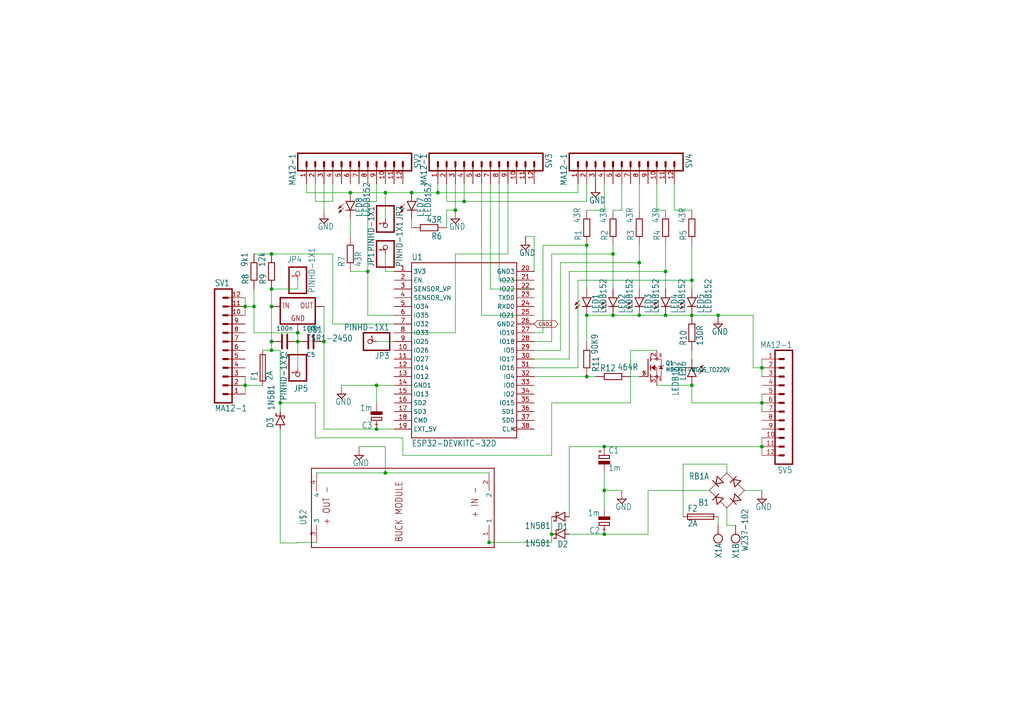
<source format=kicad_sch>
(kicad_sch (version 20211123) (generator eeschema)
  (paper "A4")
  (title_block (title "Základní deska") (date "2022-03-02") (rev "1.1") (company "Michal Basler") (comment 1 "Maturitní práce E4 2021/22"))
  (lib_symbols
    (symbol "Device:C" (pin_numbers hide) (pin_names (offset 0.254))
      (property "Reference" "C" (at 0.635 2.54 0))
      (property "Value" "C" (at 0.635 -2.54 0))
      (symbol "C_0_1"
        (polyline (pts (xy -2.032 -0.762) (xy 2.032 -0.762)) (stroke (width 0.508)))
        (polyline (pts (xy -2.032 0.762) (xy 2.032 0.762)) (stroke (width 0.508)))
      )
      (symbol "C_1_1"
        (pin passive line (at 0 3.81 270) (length 2.794) (name "~") (number "1"))
        (pin passive line (at 0 -3.81 90) (length 2.794) (name "~") (number "2"))
      )
    )
    (symbol "Main_board-eagle-import:1N581"
      (property "Reference" "D" (at -2.286 1.905 0))
      (property "Value" "1N581" (at -2.286 -3.429 0))
      (symbol "1N581_1_0"
        (polyline (pts (xy -1.27 -1.27) (xy 1.27 0)) (stroke (width 0.254)))
        (polyline (pts (xy -1.27 0) (xy -2.54 0)) (stroke (width 0.254)))
        (polyline (pts (xy -1.27 0) (xy -1.27 -1.27)) (stroke (width 0.254)))
        (polyline (pts (xy -1.27 1.27) (xy -1.27 0)) (stroke (width 0.254)))
        (polyline (pts (xy 0.635 -1.016) (xy 0.635 -1.27)) (stroke (width 0.254)))
        (polyline (pts (xy 1.27 -1.27) (xy 0.635 -1.27)) (stroke (width 0.254)))
        (polyline (pts (xy 1.27 0) (xy -1.27 1.27)) (stroke (width 0.254)))
        (polyline (pts (xy 1.27 0) (xy 1.27 -1.27)) (stroke (width 0.254)))
        (polyline (pts (xy 1.27 0) (xy 2.54 0)) (stroke (width 0.254)))
        (polyline (pts (xy 1.27 1.27) (xy 1.27 0)) (stroke (width 0.254)))
        (polyline (pts (xy 1.905 1.27) (xy 1.27 1.27)) (stroke (width 0.254)))
        (polyline (pts (xy 1.905 1.27) (xy 1.905 1.016)) (stroke (width 0.254)))
        (pin passive line (at -2.54 0 0) (length 0) (name "A") (number "A"))
        (pin passive line (at 2.54 0 180) (length 0) (name "C") (number "C"))
      )
    )
    (symbol "Main_board-eagle-import:BUCK_MODULEWITH_SMDPADS&THROUGHHOLES"
      (symbol "BUCK_MODULEWITH_SMDPADS&THROUGHHOLES_1_0"
        (polyline (pts (xy -11.5 -26.5) (xy -11.5 26.5)) (stroke (width 0.254)))
        (polyline (pts (xy -11.5 26.5) (xy 11.5 26.5)) (stroke (width 0.254)))
        (polyline (pts (xy 11.5 -26.5) (xy -11.5 -26.5)) (stroke (width 0.254)))
        (polyline (pts (xy 11.5 26.5) (xy 11.5 -26.5)) (stroke (width 0.254)))
        (text "+ IN -" (at -3 -22 0) (effects (font (size 1.9304 1.6408)) (justify left bottom)))
        (text "+ OUT -" (at -5 21 0) (effects (font (size 1.9304 1.6408)) (justify left bottom)))
        (text "BUCK MODULE" (at -10 0 0) (effects (font (size 1.9304 1.6408)) (justify left bottom)))
        (pin bidirectional line (at -10 -25 0) (length 5.08) (name "1") (number "1"))
        (pin bidirectional line (at 10 -25 180) (length 5.08) (name "2") (number "2"))
        (pin bidirectional line (at -10 25 0) (length 5.08) (name "3") (number "3"))
        (pin bidirectional line (at 10 25 180) (length 5.08) (name "4") (number "4"))
      )
    )
    (symbol "Main_board-eagle-import:CPOL-EUE2,5-6E"
      (property "Reference" "C" (at 1.143 0.4826 0))
      (property "Value" "CPOL-EUE2,5-6E" (at 1.143 -4.5974 0))
      (symbol "CPOL-EUE2,5-6E_1_0"
        (rectangle (start -1.651 -2.54) (end 1.651 -1.651) (fill (type outline)))
        (polyline (pts (xy -1.524 -0.889) (xy 1.524 -0.889)) (stroke (width 0.254)))
        (polyline (pts (xy -1.524 0) (xy -1.524 -0.889)) (stroke (width 0.254)))
        (polyline (pts (xy -1.524 0) (xy 1.524 0)) (stroke (width 0.254)))
        (polyline (pts (xy 1.524 -0.889) (xy 1.524 0)) (stroke (width 0.254)))
        (text "+" (at -0.5842 0.4064 900) (effects (font (size 1.27 1.0795)) (justify left bottom)))
        (pin passive line (at 0 2.54 270) (length 2.54) (name "+") (number "+"))
        (pin passive line (at 0 -5.08 90) (length 2.54) (name "-") (number "-"))
      )
    )
    (symbol "Main_board-eagle-import:ESP32-DEVKITC-32D"
      (property "Reference" "U" (at -15.2572 26.0643 0))
      (property "Value" "ESP32-DEVKITC-32D" (at -15.2563 -27.9698 0))
      (symbol "ESP32-DEVKITC-32D_1_0"
        (polyline (pts (xy -15.24 -25.4) (xy -15.24 25.4)) (stroke (width 0.254)))
        (polyline (pts (xy -15.24 25.4) (xy 15.24 25.4)) (stroke (width 0.254)))
        (polyline (pts (xy 15.24 -25.4) (xy -15.24 -25.4)) (stroke (width 0.254)))
        (polyline (pts (xy 15.24 25.4) (xy 15.24 -25.4)) (stroke (width 0.254)))
        (pin power_in line (at -20.32 22.86 0) (length 5.08) (name "3V3") (number "1"))
        (pin bidirectional line (at -20.32 0 0) (length 5.08) (name "IO26") (number "10"))
        (pin bidirectional line (at -20.32 -2.54 0) (length 5.08) (name "IO27") (number "11"))
        (pin bidirectional line (at -20.32 -5.08 0) (length 5.08) (name "IO14") (number "12"))
        (pin bidirectional line (at -20.32 -7.62 0) (length 5.08) (name "IO12") (number "13"))
        (pin power_in line (at -20.32 -10.16 0) (length 5.08) (name "GND1") (number "14"))
        (pin bidirectional line (at -20.32 -12.7 0) (length 5.08) (name "IO13") (number "15"))
        (pin bidirectional line (at -20.32 -15.24 0) (length 5.08) (name "SD2") (number "16"))
        (pin bidirectional line (at -20.32 -17.78 0) (length 5.08) (name "SD3") (number "17"))
        (pin bidirectional line (at -20.32 -20.32 0) (length 5.08) (name "CMD") (number "18"))
        (pin power_in line (at -20.32 -22.86 0) (length 5.08) (name "EXT_5V") (number "19"))
        (pin input line (at -20.32 20.32 0) (length 5.08) (name "EN") (number "2"))
        (pin power_in line (at 20.32 22.86 180) (length 5.08) (name "GND3") (number "20"))
        (pin bidirectional line (at 20.32 20.32 180) (length 5.08) (name "IO23") (number "21"))
        (pin bidirectional line (at 20.32 17.78 180) (length 5.08) (name "IO22") (number "22"))
        (pin output line (at 20.32 15.24 180) (length 5.08) (name "TXD0") (number "23"))
        (pin input line (at 20.32 12.7 180) (length 5.08) (name "RXD0") (number "24"))
        (pin bidirectional line (at 20.32 10.16 180) (length 5.08) (name "IO21") (number "25"))
        (pin power_in line (at 20.32 7.62 180) (length 5.08) (name "GND2") (number "26"))
        (pin bidirectional line (at 20.32 5.08 180) (length 5.08) (name "IO19") (number "27"))
        (pin bidirectional line (at 20.32 2.54 180) (length 5.08) (name "IO18") (number "28"))
        (pin bidirectional line (at 20.32 0 180) (length 5.08) (name "IO5") (number "29"))
        (pin input line (at -20.32 17.78 0) (length 5.08) (name "SENSOR_VP") (number "3"))
        (pin bidirectional line (at 20.32 -2.54 180) (length 5.08) (name "IO17") (number "30"))
        (pin bidirectional line (at 20.32 -5.08 180) (length 5.08) (name "IO16") (number "31"))
        (pin bidirectional line (at 20.32 -7.62 180) (length 5.08) (name "IO4") (number "32"))
        (pin bidirectional line (at 20.32 -10.16 180) (length 5.08) (name "IO0") (number "33"))
        (pin bidirectional line (at 20.32 -12.7 180) (length 5.08) (name "IO2") (number "34"))
        (pin bidirectional line (at 20.32 -15.24 180) (length 5.08) (name "IO15") (number "35"))
        (pin bidirectional line (at 20.32 -17.78 180) (length 5.08) (name "SD1") (number "36"))
        (pin bidirectional line (at 20.32 -20.32 180) (length 5.08) (name "SD0") (number "37"))
        (pin input clock (at 20.32 -22.86 180) (length 5.08) (name "CLK") (number "38"))
        (pin input line (at -20.32 15.24 0) (length 5.08) (name "SENSOR_VN") (number "4"))
        (pin bidirectional line (at -20.32 12.7 0) (length 5.08) (name "IO34") (number "5"))
        (pin bidirectional line (at -20.32 10.16 0) (length 5.08) (name "IO35") (number "6"))
        (pin bidirectional line (at -20.32 7.62 0) (length 5.08) (name "IO32") (number "7"))
        (pin bidirectional line (at -20.32 5.08 0) (length 5.08) (name "IO33") (number "8"))
        (pin bidirectional line (at -20.32 2.54 0) (length 5.08) (name "IO25") (number "9"))
      )
    )
    (symbol "Main_board-eagle-import:GND" (power)
      (property "Value" "GND" (at -1.905 -3.175 0))
      (symbol "GND_1_0"
        (polyline (pts (xy -1.27 0) (xy 1.27 0)) (stroke (width 0.254)))
        (polyline (pts (xy 0 -1.27) (xy -1.27 0)) (stroke (width 0.254)))
        (polyline (pts (xy 1.27 0) (xy 0 -1.27)) (stroke (width 0.254)))
        (pin power_in line (at 0 2.54 270) (length 2.54) (name "GND") (number "1"))
      )
    )
    (symbol "Main_board-eagle-import:LEDB152"
      (property "Reference" "LED" (at 3.556 -4.572 90))
      (property "Value" "LEDB152" (at 5.715 -4.572 90))
      (symbol "LEDB152_1_0"
        (polyline (pts (xy -2.032 -0.762) (xy -3.429 -2.159)) (stroke (width 0.1524)))
        (polyline (pts (xy -1.905 -1.905) (xy -3.302 -3.302)) (stroke (width 0.1524)))
        (polyline (pts (xy 0 -2.54) (xy -1.27 -2.54)) (stroke (width 0.254)))
        (polyline (pts (xy 0 -2.54) (xy -1.27 0)) (stroke (width 0.254)))
        (polyline (pts (xy 0 0) (xy -1.27 0)) (stroke (width 0.254)))
        (polyline (pts (xy 1.27 -2.54) (xy 0 -2.54)) (stroke (width 0.254)))
        (polyline (pts (xy 1.27 0) (xy 0 -2.54)) (stroke (width 0.254)))
        (polyline (pts (xy 1.27 0) (xy 0 0)) (stroke (width 0.254)))
        (polyline (pts (xy -3.429 -2.159) (xy -3.048 -1.27) (xy -2.54 -1.778)) (fill (type outline)))
        (polyline (pts (xy -3.302 -3.302) (xy -2.921 -2.413) (xy -2.413 -2.921)) (fill (type outline)))
        (pin passive line (at 0 2.54 270) (length 2.54) (name "A") (number "A"))
        (pin passive line (at 0 -5.08 90) (length 2.54) (name "C") (number "K"))
      )
    )
    (symbol "Main_board-eagle-import:MA12-1"
      (property "Reference" "SV" (at -1.27 18.542 0))
      (property "Value" "MA12-1" (at -1.27 -17.78 0))
      (symbol "MA12-1_1_0"
        (polyline (pts (xy -1.27 17.78) (xy -1.27 -15.24)) (stroke (width 0.4064)))
        (polyline (pts (xy -1.27 17.78) (xy 3.81 17.78)) (stroke (width 0.4064)))
        (polyline (pts (xy 1.27 -12.7) (xy 2.54 -12.7)) (stroke (width 0.6096)))
        (polyline (pts (xy 1.27 -10.16) (xy 2.54 -10.16)) (stroke (width 0.6096)))
        (polyline (pts (xy 1.27 -7.62) (xy 2.54 -7.62)) (stroke (width 0.6096)))
        (polyline (pts (xy 1.27 -5.08) (xy 2.54 -5.08)) (stroke (width 0.6096)))
        (polyline (pts (xy 1.27 -2.54) (xy 2.54 -2.54)) (stroke (width 0.6096)))
        (polyline (pts (xy 1.27 0) (xy 2.54 0)) (stroke (width 0.6096)))
        (polyline (pts (xy 1.27 2.54) (xy 2.54 2.54)) (stroke (width 0.6096)))
        (polyline (pts (xy 1.27 5.08) (xy 2.54 5.08)) (stroke (width 0.6096)))
        (polyline (pts (xy 1.27 7.62) (xy 2.54 7.62)) (stroke (width 0.6096)))
        (polyline (pts (xy 1.27 10.16) (xy 2.54 10.16)) (stroke (width 0.6096)))
        (polyline (pts (xy 1.27 12.7) (xy 2.54 12.7)) (stroke (width 0.6096)))
        (polyline (pts (xy 1.27 15.24) (xy 2.54 15.24)) (stroke (width 0.6096)))
        (polyline (pts (xy 3.81 -15.24) (xy -1.27 -15.24)) (stroke (width 0.4064)))
        (polyline (pts (xy 3.81 -15.24) (xy 3.81 17.78)) (stroke (width 0.4064)))
        (pin passive line (at 7.62 -12.7 180) (length 5.08) (name "1") (number "1"))
        (pin passive line (at 7.62 10.16 180) (length 5.08) (name "10") (number "10"))
        (pin passive line (at 7.62 12.7 180) (length 5.08) (name "11") (number "11"))
        (pin passive line (at 7.62 15.24 180) (length 5.08) (name "12") (number "12"))
        (pin passive line (at 7.62 -10.16 180) (length 5.08) (name "2") (number "2"))
        (pin passive line (at 7.62 -7.62 180) (length 5.08) (name "3") (number "3"))
        (pin passive line (at 7.62 -5.08 180) (length 5.08) (name "4") (number "4"))
        (pin passive line (at 7.62 -2.54 180) (length 5.08) (name "5") (number "5"))
        (pin passive line (at 7.62 0 180) (length 5.08) (name "6") (number "6"))
        (pin passive line (at 7.62 2.54 180) (length 5.08) (name "7") (number "7"))
        (pin passive line (at 7.62 5.08 180) (length 5.08) (name "8") (number "8"))
        (pin passive line (at 7.62 7.62 180) (length 5.08) (name "9") (number "9"))
      )
    )
    (symbol "Main_board-eagle-import:MOSFET-NGDS_TO220V"
      (property "Reference" "Q" (at 5.08 0.635 0))
      (property "Value" "MOSFET-NGDS_TO220V" (at 5.08 -1.27 0))
      (symbol "MOSFET-NGDS_TO220V_1_0"
        (polyline (pts (xy 0 2.54) (xy 0 -2.54)) (stroke (width 0.254)))
        (polyline (pts (xy 0.762 -2.54) (xy 0.762 -3.175)) (stroke (width 0.254)))
        (polyline (pts (xy 0.762 -1.905) (xy 0.762 -2.54)) (stroke (width 0.254)))
        (polyline (pts (xy 0.762 0) (xy 0.762 -0.762)) (stroke (width 0.254)))
        (polyline (pts (xy 0.762 0) (xy 2.54 0)) (stroke (width 0.1524)))
        (polyline (pts (xy 0.762 0.762) (xy 0.762 0)) (stroke (width 0.254)))
        (polyline (pts (xy 0.762 2.54) (xy 0.762 1.905)) (stroke (width 0.254)))
        (polyline (pts (xy 0.762 2.54) (xy 3.81 2.54)) (stroke (width 0.1524)))
        (polyline (pts (xy 0.762 3.175) (xy 0.762 2.54)) (stroke (width 0.254)))
        (polyline (pts (xy 2.54 -2.54) (xy 0.762 -2.54)) (stroke (width 0.1524)))
        (polyline (pts (xy 2.54 -2.54) (xy 3.81 -2.54)) (stroke (width 0.1524)))
        (polyline (pts (xy 2.54 0) (xy 2.54 -2.54)) (stroke (width 0.1524)))
        (polyline (pts (xy 3.302 0.508) (xy 3.048 0.254)) (stroke (width 0.1524)))
        (polyline (pts (xy 3.81 0.508) (xy 3.302 0.508)) (stroke (width 0.1524)))
        (polyline (pts (xy 3.81 0.508) (xy 3.81 -2.54)) (stroke (width 0.1524)))
        (polyline (pts (xy 3.81 2.54) (xy 3.81 0.508)) (stroke (width 0.1524)))
        (polyline (pts (xy 4.318 0.508) (xy 3.81 0.508)) (stroke (width 0.1524)))
        (polyline (pts (xy 4.572 0.762) (xy 4.318 0.508)) (stroke (width 0.1524)))
        (polyline (pts (xy 1.016 0) (xy 2.032 0.762) (xy 2.032 -0.762)) (fill (type outline)))
        (polyline (pts (xy 3.81 0.508) (xy 3.302 -0.254) (xy 4.318 -0.254)) (fill (type outline)))
        (circle (center 2.54 -2.54) (radius 0.3592))
        (circle (center 2.54 2.54) (radius 0.3592))
        (text "D" (at 3.175 3.175 0) (effects (font (size 0.8128 0.6908)) (justify left bottom)))
        (text "G" (at -1.27 -1.905 0) (effects (font (size 0.8128 0.6908)) (justify left bottom)))
        (text "S" (at 3.175 -3.81 0) (effects (font (size 0.8128 0.6908)) (justify left bottom)))
        (pin bidirectional line (at -2.54 -2.54 0) (length 2.54) (name "G") (number "1"))
        (pin bidirectional line (at 2.54 5.08 270) (length 2.54) (name "D") (number "2"))
        (pin bidirectional line (at 2.54 -5.08 90) (length 2.54) (name "S") (number "3"))
      )
    )
    (symbol "Main_board-eagle-import:PINHD-1X1"
      (property "Reference" "JP" (at -6.35 3.175 0))
      (property "Value" "PINHD-1X1" (at -6.35 -5.08 0))
      (symbol "PINHD-1X1_1_0"
        (polyline (pts (xy -6.35 -2.54) (xy 1.27 -2.54)) (stroke (width 0.4064)))
        (polyline (pts (xy -6.35 2.54) (xy -6.35 -2.54)) (stroke (width 0.4064)))
        (polyline (pts (xy 1.27 -2.54) (xy 1.27 2.54)) (stroke (width 0.4064)))
        (polyline (pts (xy 1.27 2.54) (xy -6.35 2.54)) (stroke (width 0.4064)))
        (pin passive inverted (at -2.54 0 0) (length 2.54) (name "1") (number "1"))
      )
    )
    (symbol "Main_board-eagle-import:R-EU_0207{slash}10"
      (property "Reference" "R" (at -3.81 1.4986 0))
      (property "Value" "R-EU_0207{slash}10" (at -3.81 -3.302 0))
      (symbol "R-EU_0207{slash}10_1_0"
        (polyline (pts (xy -2.54 -0.889) (xy -2.54 0.889)) (stroke (width 0.254)))
        (polyline (pts (xy -2.54 -0.889) (xy 2.54 -0.889)) (stroke (width 0.254)))
        (polyline (pts (xy 2.54 -0.889) (xy 2.54 0.889)) (stroke (width 0.254)))
        (polyline (pts (xy 2.54 0.889) (xy -2.54 0.889)) (stroke (width 0.254)))
        (pin passive line (at -5.08 0 0) (length 2.54) (name "1") (number "1"))
        (pin passive line (at 5.08 0 180) (length 2.54) (name "2") (number "2"))
      )
    )
    (symbol "Main_board-eagle-import:RB1A"
      (property "Reference" "B" (at 5.08 2.54 0))
      (property "Value" "RB1A" (at 5.08 -5.08 0))
      (symbol "RB1A_1_0"
        (polyline (pts (xy -5.08 0) (xy -3.2766 1.8034)) (stroke (width 0.1524)))
        (polyline (pts (xy -4.064 -2.794) (xy -2.286 -1.016)) (stroke (width 0.254)))
        (polyline (pts (xy -4.064 2.794) (xy -2.286 1.016)) (stroke (width 0.254)))
        (polyline (pts (xy -3.2766 -1.8034) (xy -5.08 0)) (stroke (width 0.1524)))
        (polyline (pts (xy -2.7178 -4.0386) (xy -0.9398 -2.2606)) (stroke (width 0.254)))
        (polyline (pts (xy -2.7178 4.0386) (xy -1.0668 2.3876)) (stroke (width 0.254)))
        (polyline (pts (xy -1.905 -3.175) (xy -4.064 -2.794)) (stroke (width 0.254)))
        (polyline (pts (xy -1.905 -3.175) (xy -2.286 -1.016)) (stroke (width 0.254)))
        (polyline (pts (xy -1.905 3.175) (xy -4.064 2.794)) (stroke (width 0.254)))
        (polyline (pts (xy -1.905 3.175) (xy -2.286 1.016)) (stroke (width 0.254)))
        (polyline (pts (xy -1.905 3.175) (xy 0 5.08)) (stroke (width 0.1524)))
        (polyline (pts (xy 0 -5.08) (xy -1.905 -3.175)) (stroke (width 0.1524)))
        (polyline (pts (xy 0 -5.08) (xy 1.8034 -3.2766)) (stroke (width 0.1524)))
        (polyline (pts (xy 0 5.08) (xy 1.8034 3.2766)) (stroke (width 0.1524)))
        (polyline (pts (xy 1.016 -2.286) (xy 2.794 -4.064)) (stroke (width 0.254)))
        (polyline (pts (xy 1.016 2.286) (xy 2.794 4.064)) (stroke (width 0.254)))
        (polyline (pts (xy 2.3622 -1.0668) (xy 4.1402 -2.8448)) (stroke (width 0.254)))
        (polyline (pts (xy 2.3622 1.016) (xy 4.1402 2.794)) (stroke (width 0.254)))
        (polyline (pts (xy 3.175 -1.905) (xy 1.016 -2.286)) (stroke (width 0.254)))
        (polyline (pts (xy 3.175 -1.905) (xy 2.794 -4.064)) (stroke (width 0.254)))
        (polyline (pts (xy 3.175 1.905) (xy 1.016 2.286)) (stroke (width 0.254)))
        (polyline (pts (xy 3.175 1.905) (xy 2.794 4.064)) (stroke (width 0.254)))
        (polyline (pts (xy 3.175 1.905) (xy 5.08 0)) (stroke (width 0.1524)))
        (polyline (pts (xy 5.08 0) (xy 3.175 -1.905)) (stroke (width 0.1524)))
        (pin passive line (at 5.08 0 180) (length 0) (name "+") (number "+"))
        (pin passive line (at -5.08 0 0) (length 0) (name "-") (number "-"))
        (pin passive line (at 0 5.08 270) (length 0) (name "AC1") (number "AC1"))
        (pin passive line (at 0 -5.08 90) (length 0) (name "AC2") (number "AC2"))
      )
    )
    (symbol "Main_board-eagle-import:SH25"
      (property "Reference" "F" (at -3.81 1.397 0))
      (property "Value" "SH25" (at -3.81 -2.921 0))
      (symbol "SH25_1_0"
        (polyline (pts (xy -3.81 -0.762) (xy 3.81 -0.762)) (stroke (width 0.254)))
        (polyline (pts (xy -3.81 0.762) (xy -3.81 -0.762)) (stroke (width 0.254)))
        (polyline (pts (xy -2.54 0) (xy 2.54 0)) (stroke (width 0.1524)))
        (polyline (pts (xy 3.81 -0.762) (xy 3.81 0.762)) (stroke (width 0.254)))
        (polyline (pts (xy 3.81 0.762) (xy -3.81 0.762)) (stroke (width 0.254)))
        (pin passive line (at -5.08 0 0) (length 2.54) (name "1") (number "1"))
        (pin passive line (at 5.08 0 180) (length 2.54) (name "2") (number "2"))
      )
    )
    (symbol "Main_board-eagle-import:TSR1-2450"
      (property "Value" "TSR1-2450" (at 2.5445 -10.1781 0))
      (symbol "TSR1-2450_1_0"
        (polyline (pts (xy -5.08 -5.08) (xy 5.08 -5.08)) (stroke (width 0.4064)))
        (polyline (pts (xy -5.08 2.54) (xy -5.08 -5.08)) (stroke (width 0.4064)))
        (polyline (pts (xy 5.08 -5.08) (xy 5.08 2.54)) (stroke (width 0.4064)))
        (polyline (pts (xy 5.08 2.54) (xy -5.08 2.54)) (stroke (width 0.4064)))
        (text "GND" (at -2.0329 -4.3199 0) (effects (font (size 1.5246 1.2959)) (justify left bottom)))
        (text "IN" (at -4.4535 -0.6362 0) (effects (font (size 1.5269 1.2978)) (justify left bottom)))
        (text "OUT" (at 0.636 -0.636 0) (effects (font (size 1.5264 1.2974)) (justify left bottom)))
        (pin input line (at -7.62 0 0) (length 2.54) (name "IN") (number "1"))
        (pin input line (at 0 -7.62 90) (length 2.54) (name "GND") (number "2"))
        (pin passive line (at 7.62 0 180) (length 2.54) (name "OUT") (number "3"))
      )
    )
    (symbol "Main_board-eagle-import:W237-102"
      (property "Reference" "X" (at 0 0.889 0))
      (property "Value" "W237-102" (at -2.54 -3.683 0))
      (symbol "W237-102_1_0"
        (circle (center 1.27 0) (radius 1.27) (stroke (width 0.254)))
        (pin passive line (at 5.08 0 180) (length 2.54) (name "KL") (number "1"))
      )
      (symbol "W237-102_2_0"
        (circle (center 1.27 0) (radius 1.27) (stroke (width 0.254)))
        (pin passive line (at 5.08 0 180) (length 2.54) (name "KL") (number "2"))
      )
    )
  )
  (junction (at 134.62 58.42))
  (junction (at 78.74 88.9))
  (junction (at 111.76 55.88))
  (junction (at 200.66 81.28))
  (junction (at 111.76 137.16))
  (junction (at 93.98 99.06))
  (junction (at 86.36 96.52))
  (junction (at 141.84 157.32))
  (junction (at 177.8 73.66))
  (junction (at 109.22 111.76))
  (junction (at 78.74 83.82))
  (junction (at 185.42 76.2))
  (junction (at 175.26 154.94))
  (junction (at 220.98 106.68))
  (junction (at 170.18 91.44))
  (junction (at 200.66 111.76))
  (junction (at 78.74 99.06))
  (junction (at 101.6 55.88))
  (junction (at 160.02 154.94))
  (junction (at 73.66 88.9))
  (junction (at 170.18 71.12))
  (junction (at 208.28 91.44))
  (junction (at 86.36 99.06))
  (junction (at 71.12 111.76))
  (junction (at 220.98 116.84))
  (junction (at 170.18 109.22))
  (junction (at 78.74 101.6))
  (junction (at 127 55.88))
  (junction (at 78.74 73.66))
  (junction (at 185.42 91.44))
  (junction (at 200.66 91.44))
  (junction (at 119.38 55.88))
  (junction (at 193.04 91.44))
  (junction (at 175.26 142.24))
  (junction (at 177.8 91.44))
  (junction (at 175.26 129.54))
  (junction (at 106.68 78.74))
  (junction (at 132.08 60.96))
  (junction (at 81.28 116.84))
  (junction (at 71.12 88.9))
  (junction (at 193.04 78.74))
  (junction (at 109.22 124.46))
  (junction (at 220.98 129.54))
  (wire (pts (xy 81.28 116.84) (xy 81.28 101.6)))
  (wire (pts (xy 193.04 83.82) (xy 193.04 78.74)))
  (wire (pts (xy 200.66 91.44) (xy 193.04 91.44)))
  (wire (pts (xy 154.94 106.68) (xy 167.64 106.68)))
  (wire (pts (xy 170.18 71.12) (xy 170.18 83.82)))
  (wire (pts (xy 154.94 109.22) (xy 170.18 109.22)))
  (wire (pts (xy 129.54 60.96) (xy 132.08 60.96)))
  (wire (pts (xy 200.66 116.84) (xy 200.66 111.76)))
  (wire (pts (xy 96.52 93.98) (xy 96.52 73.66)))
  (wire (pts (xy 81.28 119.38) (xy 81.28 116.84)))
  (wire (pts (xy 109.22 99.06) (xy 114.3 99.06)))
  (wire (pts (xy 81.28 124.46) (xy 81.28 157.48)))
  (wire (pts (xy 180.34 142.24) (xy 175.26 142.24)))
  (wire (pts (xy 104.14 129.54) (xy 111.76 129.54)))
  (wire (pts (xy 180.34 60.96) (xy 180.34 53.34)))
  (wire (pts (xy 193.04 60.96) (xy 190.5 60.96)))
  (wire (pts (xy 88.9 53.34) (xy 88.9 55.88)))
  (wire (pts (xy 106.68 58.42) (xy 106.68 78.74)))
  (wire (pts (xy 154.94 96.52) (xy 157.48 96.52)))
  (wire (pts (xy 73.66 96.52) (xy 73.66 88.9)))
  (wire (pts (xy 220.98 104.14) (xy 220.98 106.68)))
  (wire (pts (xy 78.74 99.06) (xy 78.74 88.9)))
  (wire (pts (xy 165.1 129.54) (xy 165.1 149.86)))
  (wire (pts (xy 127 55.88) (xy 167.64 55.88)))
  (wire (pts (xy 165.1 154.94) (xy 175.26 154.94)))
  (wire (pts (xy 177.8 91.44) (xy 170.18 91.44)))
  (wire (pts (xy 170.18 53.34) (xy 170.18 58.42)))
  (wire (pts (xy 147.32 73.66) (xy 147.32 53.34)))
  (wire (pts (xy 167.64 55.88) (xy 167.64 53.34)))
  (wire (pts (xy 73.66 88.9) (xy 73.66 83.82)))
  (wire (pts (xy 220.98 114.3) (xy 220.98 116.84)))
  (wire (pts (xy 86.36 99.06) (xy 86.36 96.52)))
  (wire (pts (xy 165.1 78.74) (xy 193.04 78.74)))
  (wire (pts (xy 86.36 96.52) (xy 73.66 96.52)))
  (wire (pts (xy 129.54 66.04) (xy 129.54 60.96)))
  (wire (pts (xy 106.68 78.74) (xy 106.68 91.44)))
  (wire (pts (xy 175.26 53.34) (xy 175.26 60.96)))
  (wire (pts (xy 154.94 68.58) (xy 154.94 78.74)))
  (wire (pts (xy 114.3 96.52) (xy 132.08 96.52)))
  (wire (pts (xy 220.98 119.38) (xy 220.98 116.84)))
  (wire (pts (xy 111.76 63.5) (xy 111.76 55.88)))
  (wire (pts (xy 132.08 96.52) (xy 132.08 73.66)))
  (wire (pts (xy 213.36 152.4) (xy 210.82 152.4)))
  (wire (pts (xy 154.94 104.14) (xy 165.1 104.14)))
  (wire (pts (xy 187.96 154.94) (xy 187.96 142.24)))
  (wire (pts (xy 101.6 55.88) (xy 111.76 55.88)))
  (wire (pts (xy 167.64 81.28) (xy 200.66 81.28)))
  (wire (pts (xy 220.98 109.22) (xy 220.98 106.68)))
  (wire (pts (xy 81.28 101.6) (xy 78.74 101.6)))
  (wire (pts (xy 210.82 152.4) (xy 210.82 147.32)))
  (wire (pts (xy 175.26 147.32) (xy 175.26 142.24)))
  (wire (pts (xy 208.28 91.44) (xy 218.44 91.44)))
  (wire (pts (xy 162.56 76.2) (xy 185.42 76.2)))
  (wire (pts (xy 129.54 58.42) (xy 134.62 58.42)))
  (wire (pts (xy 198.12 134.62) (xy 210.82 134.62)))
  (wire (pts (xy 73.66 73.66) (xy 78.74 73.66)))
  (wire (pts (xy 91.44 127) (xy 116.84 127)))
  (wire (pts (xy 175.26 129.54) (xy 165.1 129.54)))
  (wire (pts (xy 109.22 111.76) (xy 99.06 111.76)))
  (wire (pts (xy 220.98 116.84) (xy 200.66 116.84)))
  (wire (pts (xy 190.5 111.76) (xy 200.66 111.76)))
  (wire (pts (xy 185.42 60.96) (xy 185.42 53.34)))
  (wire (pts (xy 129.54 53.34) (xy 129.54 58.42)))
  (wire (pts (xy 71.12 114.3) (xy 71.12 111.76)))
  (wire (pts (xy 218.44 106.68) (xy 220.98 106.68)))
  (wire (pts (xy 109.22 116.84) (xy 109.22 111.76)))
  (wire (pts (xy 220.98 129.54) (xy 175.26 129.54)))
  (wire (pts (xy 119.38 55.88) (xy 127 55.88)))
  (wire (pts (xy 162.56 101.6) (xy 162.56 76.2)))
  (wire (pts (xy 165.1 104.14) (xy 165.1 78.74)))
  (wire (pts (xy 193.04 91.44) (xy 185.42 91.44)))
  (wire (pts (xy 96.52 58.42) (xy 96.52 53.34)))
  (wire (pts (xy 139.7 53.34) (xy 139.7 91.44)))
  (wire (pts (xy 185.42 109.22) (xy 182.88 109.22)))
  (wire (pts (xy 116.84 132.08) (xy 160.02 132.08)))
  (wire (pts (xy 208.28 149.86) (xy 208.28 152.4)))
  (wire (pts (xy 71.12 91.44) (xy 71.12 88.9)))
  (wire (pts (xy 154.94 101.6) (xy 162.56 101.6)))
  (wire (pts (xy 160.02 73.66) (xy 177.8 73.66)))
  (wire (pts (xy 71.12 109.22) (xy 71.12 111.76)))
  (wire (pts (xy 182.88 101.6) (xy 190.5 101.6)))
  (wire (pts (xy 142.24 83.82) (xy 142.24 53.34)))
  (wire (pts (xy 141.84 137.16) (xy 111.76 137.16)))
  (wire (pts (xy 172.72 109.22) (xy 170.18 109.22)))
  (wire (pts (xy 114.3 111.76) (xy 109.22 111.76)))
  (wire (pts (xy 86.36 157.32) (xy 86.36 157.48)))
  (wire (pts (xy 111.76 73.66) (xy 111.76 78.74)))
  (wire (pts (xy 93.98 124.46) (xy 109.22 124.46)))
  (wire (pts (xy 220.98 129.54) (xy 220.98 127)))
  (wire (pts (xy 109.22 124.46) (xy 114.3 124.46)))
  (wire (pts (xy 86.36 83.82) (xy 78.74 83.82)))
  (wire (pts (xy 154.94 81.28) (xy 144.78 81.28)))
  (wire (pts (xy 91.84 137.32) (xy 91.84 137.16)))
  (wire (pts (xy 91.44 116.84) (xy 91.44 127)))
  (wire (pts (xy 91.84 157.32) (xy 86.36 157.32)))
  (wire (pts (xy 91.84 137.16) (xy 111.76 137.16)))
  (wire (pts (xy 200.66 104.14) (xy 200.66 101.6)))
  (wire (pts (xy 160.02 99.06) (xy 160.02 73.66)))
  (wire (pts (xy 175.26 60.96) (xy 170.18 60.96)))
  (wire (pts (xy 177.8 60.96) (xy 180.34 60.96)))
  (wire (pts (xy 111.76 55.88) (xy 119.38 55.88)))
  (wire (pts (xy 185.42 76.2) (xy 185.42 83.82)))
  (wire (pts (xy 200.66 81.28) (xy 200.66 83.82)))
  (wire (pts (xy 109.22 53.34) (xy 109.22 58.42)))
  (wire (pts (xy 220.98 129.54) (xy 220.98 132.08)))
  (wire (pts (xy 91.44 53.34) (xy 91.44 58.42)))
  (wire (pts (xy 109.22 58.42) (xy 106.68 58.42)))
  (wire (pts (xy 71.12 86.36) (xy 71.12 88.9)))
  (wire (pts (xy 71.12 88.9) (xy 73.66 88.9)))
  (wire (pts (xy 134.62 58.42) (xy 134.62 53.34)))
  (wire (pts (xy 193.04 78.74) (xy 193.04 71.12)))
  (wire (pts (xy 218.44 91.44) (xy 218.44 106.68)))
  (wire (pts (xy 101.6 68.58) (xy 101.6 63.5)))
  (wire (pts (xy 93.98 88.9) (xy 93.98 99.06)))
  (wire (pts (xy 81.28 157.48) (xy 86.36 157.48)))
  (wire (pts (xy 210.82 134.62) (xy 210.82 137.16)))
  (wire (pts (xy 86.36 81.28) (xy 86.36 83.82)))
  (wire (pts (xy 177.8 73.66) (xy 177.8 71.12)))
  (wire (pts (xy 93.98 99.06) (xy 93.98 124.46)))
  (wire (pts (xy 91.44 58.42) (xy 96.52 58.42)))
  (wire (pts (xy 141.84 137.32) (xy 141.84 137.16)))
  (wire (pts (xy 170.18 58.42) (xy 134.62 58.42)))
  (wire (pts (xy 116.84 127) (xy 116.84 132.08)))
  (wire (pts (xy 78.74 88.9) (xy 78.74 83.82)))
  (wire (pts (xy 160.02 154.94) (xy 160.02 149.86)))
  (wire (pts (xy 187.96 142.24) (xy 205.74 142.24)))
  (wire (pts (xy 195.58 60.96) (xy 195.58 53.34)))
  (wire (pts (xy 93.98 60.96) (xy 93.98 53.34)))
  (wire (pts (xy 127 53.34) (xy 127 55.88)))
  (wire (pts (xy 88.9 55.88) (xy 101.6 55.88)))
  (wire (pts (xy 152.4 68.58) (xy 154.94 68.58)))
  (wire (pts (xy 132.08 73.66) (xy 147.32 73.66)))
  (wire (pts (xy 160.02 116.84) (xy 182.88 116.84)))
  (wire (pts (xy 96.52 73.66) (xy 78.74 73.66)))
  (wire (pts (xy 76.2 101.6) (xy 78.74 101.6)))
  (wire (pts (xy 78.74 101.6) (xy 78.74 99.06)))
  (wire (pts (xy 81.28 116.84) (xy 91.44 116.84)))
  (wire (pts (xy 141.84 157.32) (xy 160.02 157.32)))
  (wire (pts (xy 182.88 116.84) (xy 182.88 101.6)))
  (wire (pts (xy 106.68 91.44) (xy 114.3 91.44)))
  (wire (pts (xy 200.66 60.96) (xy 195.58 60.96)))
  (wire (pts (xy 198.12 149.86) (xy 198.12 134.62)))
  (wire (pts (xy 101.6 78.74) (xy 106.68 78.74)))
  (wire (pts (xy 190.5 60.96) (xy 190.5 53.34)))
  (wire (pts (xy 114.3 93.98) (xy 96.52 93.98)))
  (wire (pts (xy 185.42 71.12) (xy 185.42 76.2)))
  (wire (pts (xy 111.76 78.74) (xy 114.3 78.74)))
  (wire (pts (xy 157.48 71.12) (xy 170.18 71.12)))
  (wire (pts (xy 170.18 99.06) (xy 170.18 91.44)))
  (wire (pts (xy 208.28 91.44) (xy 200.66 91.44)))
  (wire (pts (xy 177.8 83.82) (xy 177.8 73.66)))
  (wire (pts (xy 157.48 96.52) (xy 157.48 71.12)))
  (wire (pts (xy 154.94 83.82) (xy 142.24 83.82)))
  (wire (pts (xy 132.08 60.96) (xy 132.08 53.34)))
  (wire (pts (xy 185.42 91.44) (xy 177.8 91.44)))
  (wire (pts (xy 71.12 111.76) (xy 76.2 111.76)))
  (wire (pts (xy 119.38 66.04) (xy 119.38 63.5)))
  (wire (pts (xy 175.26 154.94) (xy 187.96 154.94)))
  (wire (pts (xy 175.26 142.24) (xy 175.26 137.16)))
  (wire (pts (xy 167.64 106.68) (xy 167.64 81.28)))
  (wire (pts (xy 111.76 129.54) (xy 111.76 137.16)))
  (wire (pts (xy 144.78 81.28) (xy 144.78 53.34)))
  (wire (pts (xy 141.84 157.48) (xy 141.84 157.32)))
  (wire (pts (xy 86.36 106.68) (xy 86.36 99.06)))
  (wire (pts (xy 139.7 91.44) (xy 154.94 91.44)))
  (wire (pts (xy 220.98 142.24) (xy 215.9 142.24)))
  (wire (pts (xy 154.94 99.06) (xy 160.02 99.06)))
  (wire (pts (xy 160.02 132.08) (xy 160.02 116.84)))
  (wire (pts (xy 160.02 157.32) (xy 160.02 154.94)))
  (wire (pts (xy 200.66 71.12) (xy 200.66 81.28)))
  (global_label "GND2" (shape bidirectional) (at 154.94 93.98 0) (effects (font (size 1.016 1.016))) (property "Intersheet References" "${INTERSHEET_REFS}" (effects hide)))
  (symbol (lib_id "Main_board-eagle-import:SH25") (at 76.2 106.68 90) (unit 1)
    (property "Reference" "F1" (at 74.803 110.49 0) (effects (font (size 1.778 1.5113)) (justify left bottom)))
    (property "Value" "2A" (at 79.121 110.49 0) (effects (font (size 1.778 1.5113)) (justify left bottom)))
    (property "Footprint" "Fuse:Fuseholder_Cylinder-5x20mm_Stelvio-Kontek_PTF78_Horizontal_Open" (effects hide))
  )
  (symbol (lib_id "Main_board-eagle-import:R-EU_0207{slash}10") (at 193.04 66.04 90) (unit 1)
    (property "Reference" "R4" (at 191.5414 69.85 0) (effects (font (size 1.778 1.5113)) (justify left bottom)))
    (property "Value" "43R" (at 191.262 64.77 0) (effects (font (size 1.778 1.5113)) (justify left bottom)))
    (property "Footprint" "Resistor_THT:R_Axial_DIN0207_L6.3mm_D2.5mm_P10.16mm_Horizontal" (effects hide))
  )
  (symbol (lib_id "Main_board-eagle-import:RB1A") (at 210.82 142.24 180) (unit 1)
    (property "Reference" "B1" (at 205.74 144.78 0) (effects (font (size 1.778 1.5113)) (justify left bottom)))
    (property "Value" "RB1A" (at 205.74 137.16 0) (effects (font (size 1.778 1.5113)) (justify left bottom)))
    (property "Footprint" "Diode_THT:Diode_Bridge_Round_D9.0mm" (effects hide))
  )
  (symbol (lib_id "Main_board-eagle-import:R-EU_0207{slash}10") (at 177.8 66.04 90) (unit 1)
    (property "Reference" "R2" (at 176.3014 69.85 0) (effects (font (size 1.778 1.5113)) (justify left bottom)))
    (property "Value" "43R" (at 176.022 64.77 0) (effects (font (size 1.778 1.5113)) (justify left bottom)))
    (property "Footprint" "Resistor_THT:R_Axial_DIN0207_L6.3mm_D2.5mm_P10.16mm_Horizontal" (effects hide))
  )
  (symbol (lib_id "Main_board-eagle-import:GND") (at 152.4 71.12 0) (unit 1)
    (property "Reference" "#SUPPLY07" (effects hide))
    (property "Value" "GND" (at 150.495 74.295 0) (effects (font (size 1.778 1.5113)) (justify left bottom)))
  )
  (symbol (lib_id "Main_board-eagle-import:MA12-1") (at 228.6 116.84 180) (unit 1)
    (property "Reference" "SV5" (at 229.87 135.382 0) (effects (font (size 1.778 1.5113)) (justify left bottom)))
    (property "Value" "MA12-1" (at 229.87 99.06 0) (effects (font (size 1.778 1.5113)) (justify left bottom)))
    (property "Footprint" "Connector_PinHeader_2.54mm:PinHeader_1x12_P2.54mm_Horizontal" (effects hide))
  )
  (symbol (lib_id "Main_board-eagle-import:GND") (at 93.98 63.5 0) (unit 1)
    (property "Reference" "#SUPPLY05" (effects hide))
    (property "Value" "GND" (at 92.075 66.675 0) (effects (font (size 1.778 1.5113)) (justify left bottom)))
  )
  (symbol (lib_id "Main_board-eagle-import:GND") (at 104.14 132.08 0) (unit 1)
    (property "Reference" "#SUPPLY04" (effects hide))
    (property "Value" "GND" (at 102.235 135.255 0) (effects (font (size 1.778 1.5113)) (justify left bottom)))
  )
  (symbol (lib_id "Main_board-eagle-import:MA12-1") (at 139.7 45.72 270) (unit 1)
    (property "Reference" "SV3" (at 158.242 44.45 0) (effects (font (size 1.778 1.5113)) (justify left bottom)))
    (property "Value" "MA12-1" (at 121.92 44.45 0) (effects (font (size 1.778 1.5113)) (justify left bottom)))
    (property "Footprint" "Connector_PinHeader_2.54mm:PinHeader_1x12_P2.54mm_Horizontal" (effects hide))
  )
  (symbol (lib_id "Main_board-eagle-import:LEDB152") (at 119.38 58.42 0) (unit 1)
    (property "Reference" "LED7" (at 122.936 62.992 90) (effects (font (size 1.778 1.5113)) (justify left bottom)))
    (property "Value" "LEDB152" (at 125.095 62.992 90) (effects (font (size 1.778 1.5113)) (justify left bottom)))
    (property "Footprint" "LED_THT:LED_D1.8mm_W3.3mm_H2.4mm" (effects hide))
  )
  (symbol (lib_id "Main_board-eagle-import:R-EU_0207{slash}10") (at 200.66 66.04 90) (unit 1)
    (property "Reference" "R5" (at 199.1614 69.85 0) (effects (font (size 1.778 1.5113)) (justify left bottom)))
    (property "Value" "43R" (at 198.882 64.77 0) (effects (font (size 1.778 1.5113)) (justify left bottom)))
    (property "Footprint" "Resistor_THT:R_Axial_DIN0207_L6.3mm_D2.5mm_P10.16mm_Horizontal" (effects hide))
  )
  (symbol (lib_id "Main_board-eagle-import:1N581") (at 162.56 154.94 180) (unit 1)
    (property "Reference" "D2" (at 164.846 156.845 0) (effects (font (size 1.778 1.5113)) (justify left bottom)))
    (property "Value" "1N581" (at 159.766 156.591 0) (effects (font (size 1.778 1.5113)) (justify left bottom)))
    (property "Footprint" "Diode_THT:D_A-405_P7.62mm_Horizontal" (effects hide))
  )
  (symbol (lib_id "Main_board-eagle-import:LEDB152") (at 200.66 86.36 0) (unit 1)
    (property "Reference" "LED5" (at 204.216 90.932 90) (effects (font (size 1.778 1.5113)) (justify left bottom)))
    (property "Value" "LEDB152" (at 206.375 90.932 90) (effects (font (size 1.778 1.5113)) (justify left bottom)))
    (property "Footprint" "LED_THT:LED_D1.8mm_W3.3mm_H2.4mm" (effects hide))
  )
  (symbol (lib_id "Main_board-eagle-import:PINHD-1X1") (at 86.36 109.22 270) (unit 1)
    (property "Reference" "JP5" (at 85.09 113.665 90) (effects (font (size 1.778 1.5113)) (justify left bottom)))
    (property "Value" "PINHD-1X1" (at 81.28 102.87 0) (effects (font (size 1.778 1.5113)) (justify left bottom)))
    (property "Footprint" "Connector_Pin:Pin_D0.7mm_L6.5mm_W1.8mm_FlatFork" (effects hide))
  )
  (symbol (lib_id "Main_board-eagle-import:TSR1-2450") (at 86.36 88.9 0) (unit 1)
    (property "Reference" "U$1" (at 88.9046 96.5341 0) (effects (font (size 1.7812 1.514)) (justify left bottom)))
    (property "Value" "TSR1-2450" (at 88.9045 99.0781 0) (effects (font (size 1.7811 1.5139)) (justify left bottom)))
    (property "Footprint" "Converter_DCDC:Converter_DCDC_RECOM_R-78E-0.5_THT" (effects hide))
  )
  (symbol (lib_id "Main_board-eagle-import:1N581") (at 162.56 149.86 180) (unit 1)
    (property "Reference" "D1" (at 164.846 151.765 0) (effects (font (size 1.778 1.5113)) (justify left bottom)))
    (property "Value" "1N581" (at 159.766 151.511 0) (effects (font (size 1.778 1.5113)) (justify left bottom)))
    (property "Footprint" "Diode_THT:D_A-405_P7.62mm_Horizontal" (effects hide))
  )
  (symbol (lib_id "Main_board-eagle-import:1N581") (at 81.28 121.92 90) (unit 1)
    (property "Reference" "D3" (at 79.375 124.206 0) (effects (font (size 1.778 1.5113)) (justify left bottom)))
    (property "Value" "1N581" (at 79.629 119.126 0) (effects (font (size 1.778 1.5113)) (justify left bottom)))
    (property "Footprint" "Diode_THT:D_A-405_P7.62mm_Horizontal" (effects hide))
  )
  (symbol (lib_id "Main_board-eagle-import:MA12-1") (at 63.5 101.6 0) (unit 1)
    (property "Reference" "SV1" (at 62.23 83.058 0) (effects (font (size 1.778 1.5113)) (justify left bottom)))
    (property "Value" "MA12-1" (at 62.23 119.38 0) (effects (font (size 1.778 1.5113)) (justify left bottom)))
    (property "Footprint" "Connector_PinHeader_2.54mm:PinHeader_1x12_P2.54mm_Horizontal" (effects hide))
  )
  (symbol (lib_id "Main_board-eagle-import:R-EU_0207{slash}10") (at 78.74 78.74 90) (unit 1)
    (property "Reference" "R9" (at 77.2414 82.55 0) (effects (font (size 1.778 1.5113)) (justify left bottom)))
    (property "Value" "12k" (at 76.962 77.47 0) (effects (font (size 1.778 1.5113)) (justify left bottom)))
    (property "Footprint" "Resistor_THT:R_Axial_DIN0207_L6.3mm_D2.5mm_P10.16mm_Horizontal" (effects hide))
  )
  (symbol (lib_id "Main_board-eagle-import:GND") (at 180.34 144.78 0) (unit 1)
    (property "Reference" "#SUPPLY09" (effects hide))
    (property "Value" "GND" (at 178.435 147.955 0) (effects (font (size 1.778 1.5113)) (justify left bottom)))
  )
  (symbol (lib_id "Main_board-eagle-import:W237-102") (at 208.28 157.48 90) (unit 1)
    (property "Reference" "X1" (at 207.391 157.48 0) (effects (font (size 1.778 1.5113)) (justify right top)))
    (property "Value" "W237-102" (effects hide))
    (property "Footprint" "TerminalBlock_WAGO:TerminalBlock_WAGO_236-102_1x02_P5.00mm_45Degree" (effects hide))
  )
  (symbol (lib_id "Main_board-eagle-import:PINHD-1X1") (at 111.76 66.04 270) (unit 1)
    (property "Reference" "JP2" (at 114.935 59.69 0) (effects (font (size 1.778 1.5113)) (justify left bottom)))
    (property "Value" "PINHD-1X1" (at 106.68 59.69 0) (effects (font (size 1.778 1.5113)) (justify left bottom)))
    (property "Footprint" "Connector_Pin:Pin_D0.7mm_L6.5mm_W1.8mm_FlatFork" (effects hide))
  )
  (symbol (lib_id "Main_board-eagle-import:CPOL-EUE2,5-6E") (at 175.26 132.08 0) (unit 1)
    (property "Reference" "C1" (at 176.403 131.5974 0) (effects (font (size 1.778 1.5113)) (justify left bottom)))
    (property "Value" "1m" (at 176.403 136.6774 0) (effects (font (size 1.778 1.5113)) (justify left bottom)))
    (property "Footprint" "Capacitor_THT:CP_Radial_D12.5mm_P7.50mm" (effects hide))
  )
  (symbol (lib_id "Main_board-eagle-import:GND") (at 220.98 144.78 0) (unit 1)
    (property "Reference" "#SUPPLY03" (effects hide))
    (property "Value" "GND" (at 219.075 147.955 0) (effects (font (size 1.778 1.5113)) (justify left bottom)))
  )
  (symbol (lib_id "Main_board-eagle-import:GND") (at 99.06 114.3 0) (unit 1)
    (property "Reference" "#SUPPLY08" (effects hide))
    (property "Value" "GND" (at 97.155 117.475 0) (effects (font (size 1.778 1.5113)) (justify left bottom)))
  )
  (symbol (lib_id "Main_board-eagle-import:MA12-1") (at 180.34 45.72 270) (unit 1)
    (property "Reference" "SV4" (at 198.882 44.45 0) (effects (font (size 1.778 1.5113)) (justify left bottom)))
    (property "Value" "MA12-1" (at 162.56 44.45 0) (effects (font (size 1.778 1.5113)) (justify left bottom)))
    (property "Footprint" "Connector_PinHeader_2.54mm:PinHeader_1x12_P2.54mm_Horizontal" (effects hide))
  )
  (symbol (lib_id "Main_board-eagle-import:SH25") (at 203.2 149.86 0) (unit 1)
    (property "Reference" "F2" (at 199.39 148.463 0) (effects (font (size 1.778 1.5113)) (justify left bottom)))
    (property "Value" "2A" (at 199.39 152.781 0) (effects (font (size 1.778 1.5113)) (justify left bottom)))
    (property "Footprint" "Fuse:Fuseholder_Cylinder-5x20mm_Stelvio-Kontek_PTF78_Horizontal_Open" (effects hide))
  )
  (symbol (lib_id "Main_board-eagle-import:R-EU_0207{slash}10") (at 101.6 73.66 90) (unit 1)
    (property "Reference" "R7" (at 100.1014 77.47 0) (effects (font (size 1.778 1.5113)) (justify left bottom)))
    (property "Value" "43R" (at 104.902 77.47 0) (effects (font (size 1.778 1.5113)) (justify left bottom)))
    (property "Footprint" "Resistor_THT:R_Axial_DIN0207_L6.3mm_D2.5mm_P10.16mm_Horizontal" (effects hide))
  )
  (symbol (lib_id "Main_board-eagle-import:CPOL-EUE2,5-6E") (at 109.22 121.92 180) (unit 1)
    (property "Reference" "C3" (at 108.077 122.4026 0) (effects (font (size 1.778 1.5113)) (justify left bottom)))
    (property "Value" "1m" (at 108.077 117.3226 0) (effects (font (size 1.778 1.5113)) (justify left bottom)))
    (property "Footprint" "Capacitor_THT:CP_Radial_D12.5mm_P7.50mm" (effects hide))
  )
  (symbol (lib_id "Main_board-eagle-import:R-EU_0207{slash}10") (at 170.18 66.04 90) (unit 1)
    (property "Reference" "R1" (at 168.6814 69.85 0) (effects (font (size 1.778 1.5113)) (justify left bottom)))
    (property "Value" "43R" (at 168.402 64.77 0) (effects (font (size 1.778 1.5113)) (justify left bottom)))
    (property "Footprint" "Resistor_THT:R_Axial_DIN0207_L6.3mm_D2.5mm_P10.16mm_Horizontal" (effects hide))
  )
  (symbol (lib_id "Main_board-eagle-import:R-EU_0207{slash}10") (at 170.18 104.14 90) (unit 1)
    (property "Reference" "R11" (at 173.7614 107.95 0) (effects (font (size 1.778 1.5113)) (justify left bottom)))
    (property "Value" "90K9" (at 173.482 102.87 0) (effects (font (size 1.778 1.5113)) (justify left bottom)))
    (property "Footprint" "Resistor_THT:R_Axial_DIN0207_L6.3mm_D2.5mm_P10.16mm_Horizontal" (effects hide))
  )
  (symbol (lib_id "Main_board-eagle-import:GND") (at 132.08 63.5 0) (unit 1)
    (property "Reference" "#SUPPLY06" (effects hide))
    (property "Value" "GND" (at 130.175 66.675 0) (effects (font (size 1.778 1.5113)) (justify left bottom)))
  )
  (symbol (lib_id "Main_board-eagle-import:PINHD-1X1") (at 86.36 78.74 90) (unit 1)
    (property "Reference" "JP4" (at 87.63 74.295 90) (effects (font (size 1.778 1.5113)) (justify left bottom)))
    (property "Value" "PINHD-1X1" (at 91.44 85.09 0) (effects (font (size 1.778 1.5113)) (justify left bottom)))
    (property "Footprint" "Connector_Pin:Pin_D0.7mm_L6.5mm_W1.8mm_FlatFork" (effects hide))
  )
  (symbol (lib_id "Main_board-eagle-import:R-EU_0207{slash}10") (at 124.46 66.04 180) (unit 1)
    (property "Reference" "R6" (at 128.27 67.5386 0) (effects (font (size 1.778 1.5113)) (justify left bottom)))
    (property "Value" "43R" (at 128.27 62.738 0) (effects (font (size 1.778 1.5113)) (justify left bottom)))
    (property "Footprint" "Resistor_THT:R_Axial_DIN0207_L6.3mm_D2.5mm_P10.16mm_Horizontal" (effects hide))
  )
  (symbol (lib_id "Main_board-eagle-import:LEDB152") (at 177.8 86.36 0) (unit 1)
    (property "Reference" "LED2" (at 181.356 90.932 90) (effects (font (size 1.778 1.5113)) (justify left bottom)))
    (property "Value" "LEDB152" (at 183.515 90.932 90) (effects (font (size 1.778 1.5113)) (justify left bottom)))
    (property "Footprint" "LED_THT:LED_D1.8mm_W3.3mm_H2.4mm" (effects hide))
  )
  (symbol (lib_id "Main_board-eagle-import:LEDB152") (at 170.18 86.36 0) (unit 1)
    (property "Reference" "LED1" (at 173.736 90.932 90) (effects (font (size 1.778 1.5113)) (justify left bottom)))
    (property "Value" "LEDB152" (at 175.895 90.932 90) (effects (font (size 1.778 1.5113)) (justify left bottom)))
    (property "Footprint" "LED_THT:LED_D1.8mm_W3.3mm_H2.4mm" (effects hide))
  )
  (symbol (lib_id "Main_board-eagle-import:R-EU_0207{slash}10") (at 73.66 78.74 90) (unit 1)
    (property "Reference" "R8" (at 72.1614 82.55 0) (effects (font (size 1.778 1.5113)) (justify left bottom)))
    (property "Value" "9k1" (at 71.882 77.47 0) (effects (font (size 1.778 1.5113)) (justify left bottom)))
    (property "Footprint" "Resistor_THT:R_Axial_DIN0207_L6.3mm_D2.5mm_P10.16mm_Horizontal" (effects hide))
  )
  (symbol (lib_id "Device:C") (at 90.17 99.06 90) (unit 1)
    (property "Reference" "C5" (at 90.17 102.87 90))
    (property "Value" "100n" (at 90.17 95.25 90))
    (property "Footprint" "Capacitor_THT:C_Axial_L5.1mm_D3.1mm_P12.50mm_Horizontal" (effects hide))
  )
  (symbol (lib_id "Main_board-eagle-import:BUCK_MODULEWITH_SMDPADS&THROUGHHOLES") (at 116.84 147.32 90) (unit 1)
    (property "Reference" "U$2" (at 88.9 152.4 0) (effects (font (size 1.778 1.5113)) (justify left bottom)))
    (property "Value" "BUCK_MODULEWITH_SMDPADS&THROUGHHOLES" (effects hide))
    (property "Footprint" "WK_Samec-12pin:Buck_Converter" (effects hide))
  )
  (symbol (lib_id "Main_board-eagle-import:MA12-1") (at 101.6 45.72 270) (unit 1)
    (property "Reference" "SV2" (at 120.142 44.45 0) (effects (font (size 1.778 1.5113)) (justify left bottom)))
    (property "Value" "MA12-1" (at 83.82 44.45 0) (effects (font (size 1.778 1.5113)) (justify left bottom)))
    (property "Footprint" "Connector_PinHeader_2.54mm:PinHeader_1x12_P2.54mm_Horizontal" (effects hide))
  )
  (symbol (lib_id "Main_board-eagle-import:LEDB152") (at 185.42 86.36 0) (unit 1)
    (property "Reference" "LED3" (at 188.976 90.932 90) (effects (font (size 1.778 1.5113)) (justify left bottom)))
    (property "Value" "LEDB152" (at 191.135 90.932 90) (effects (font (size 1.778 1.5113)) (justify left bottom)))
    (property "Footprint" "LED_THT:LED_D1.8mm_W3.3mm_H2.4mm" (effects hide))
  )
  (symbol (lib_id "Device:C") (at 82.55 99.06 90) (unit 1)
    (property "Reference" "C4" (at 82.55 102.87 90))
    (property "Value" "100n" (at 82.55 95.25 90))
    (property "Footprint" "Capacitor_THT:C_Axial_L5.1mm_D3.1mm_P12.50mm_Horizontal" (effects hide))
  )
  (symbol (lib_id "Main_board-eagle-import:W237-102") (at 213.36 157.48 90) (unit 2)
    (property "Reference" "X1" (at 212.471 157.48 0) (effects (font (size 1.778 1.5113)) (justify right top)))
    (property "Value" "W237-102" (at 217.043 160.02 0) (effects (font (size 1.778 1.5113)) (justify left bottom)))
    (property "Footprint" "TerminalBlock_WAGO:TerminalBlock_WAGO_236-102_1x02_P5.00mm_45Degree" (effects hide))
  )
  (symbol (lib_id "Main_board-eagle-import:MOSFET-NGDS_TO220V") (at 187.96 106.68 0) (unit 1)
    (property "Reference" "Q1" (at 193.04 106.045 0) (effects (font (size 1.27 1.0795)) (justify left bottom)))
    (property "Value" "MOSFET-NGDS_TO220V" (at 193.04 107.95 0) (effects (font (size 1.27 1.0795)) (justify left bottom)))
    (property "Footprint" "Package_TO_SOT_THT:TO-220-3_Horizontal_TabDown" (effects hide))
  )
  (symbol (lib_id "Main_board-eagle-import:GND") (at 172.72 55.88 0) (unit 1)
    (property "Reference" "#SUPPLY02" (effects hide))
    (property "Value" "GND" (at 170.815 59.055 0) (effects (font (size 1.778 1.5113)) (justify left bottom)))
  )
  (symbol (lib_id "Main_board-eagle-import:CPOL-EUE2,5-6E") (at 175.26 152.4 180) (unit 1)
    (property "Reference" "C2" (at 174.117 152.8826 0) (effects (font (size 1.778 1.5113)) (justify left bottom)))
    (property "Value" "1m" (at 174.117 147.8026 0) (effects (font (size 1.778 1.5113)) (justify left bottom)))
    (property "Footprint" "Capacitor_THT:CP_Radial_D12.5mm_P7.50mm" (effects hide))
  )
  (symbol (lib_id "Main_board-eagle-import:PINHD-1X1") (at 111.76 71.12 90) (unit 1)
    (property "Reference" "JP1" (at 108.585 77.47 0) (effects (font (size 1.778 1.5113)) (justify left bottom)))
    (property "Value" "PINHD-1X1" (at 116.84 77.47 0) (effects (font (size 1.778 1.5113)) (justify left bottom)))
    (property "Footprint" "Connector_Pin:Pin_D0.7mm_L6.5mm_W1.8mm_FlatFork" (effects hide))
  )
  (symbol (lib_id "Main_board-eagle-import:LEDB152") (at 193.04 86.36 0) (unit 1)
    (property "Reference" "LED4" (at 196.596 90.932 90) (effects (font (size 1.778 1.5113)) (justify left bottom)))
    (property "Value" "LEDB152" (at 198.755 90.932 90) (effects (font (size 1.778 1.5113)) (justify left bottom)))
    (property "Footprint" "LED_THT:LED_D1.8mm_W3.3mm_H2.4mm" (effects hide))
  )
  (symbol (lib_id "Main_board-eagle-import:LEDB152") (at 200.66 109.22 180) (unit 1)
    (property "Reference" "LED6" (at 197.104 104.648 90) (effects (font (size 1.778 1.5113)) (justify left bottom)))
    (property "Value" "LEDB152" (at 194.945 104.648 90) (effects (font (size 1.778 1.5113)) (justify left bottom)))
    (property "Footprint" "LED_THT:LED_D1.8mm_W3.3mm_H2.4mm" (effects hide))
  )
  (symbol (lib_id "Main_board-eagle-import:R-EU_0207{slash}10") (at 177.8 109.22 0) (unit 1)
    (property "Reference" "R12" (at 173.99 107.7214 0) (effects (font (size 1.778 1.5113)) (justify left bottom)))
    (property "Value" "464R" (at 179.07 107.442 0) (effects (font (size 1.778 1.5113)) (justify left bottom)))
    (property "Footprint" "Resistor_THT:R_Axial_DIN0207_L6.3mm_D2.5mm_P10.16mm_Horizontal" (effects hide))
  )
  (symbol (lib_id "Main_board-eagle-import:GND") (at 208.28 93.98 0) (unit 1)
    (property "Reference" "#SUPPLY01" (effects hide))
    (property "Value" "GND" (at 206.375 97.155 0) (effects (font (size 1.778 1.5113)) (justify left bottom)))
  )
  (symbol (lib_id "Main_board-eagle-import:R-EU_0207{slash}10") (at 185.42 66.04 90) (unit 1)
    (property "Reference" "R3" (at 183.9214 69.85 0) (effects (font (size 1.778 1.5113)) (justify left bottom)))
    (property "Value" "43R" (at 183.642 64.77 0) (effects (font (size 1.778 1.5113)) (justify left bottom)))
    (property "Footprint" "Resistor_THT:R_Axial_DIN0207_L6.3mm_D2.5mm_P10.16mm_Horizontal" (effects hide))
  )
  (symbol (lib_id "Main_board-eagle-import:PINHD-1X1") (at 106.68 99.06 180) (unit 1)
    (property "Reference" "JP3" (at 113.03 102.235 0) (effects (font (size 1.778 1.5113)) (justify left bottom)))
    (property "Value" "PINHD-1X1" (at 113.03 93.98 0) (effects (font (size 1.778 1.5113)) (justify left bottom)))
    (property "Footprint" "Connector_Pin:Pin_D0.7mm_L6.5mm_W1.8mm_FlatFork" (effects hide))
  )
  (symbol (lib_id "Main_board-eagle-import:R-EU_0207{slash}10") (at 200.66 96.52 90) (unit 1)
    (property "Reference" "R10" (at 199.1614 100.33 0) (effects (font (size 1.778 1.5113)) (justify left bottom)))
    (property "Value" "130R" (at 203.962 100.33 0) (effects (font (size 1.778 1.5113)) (justify left bottom)))
    (property "Footprint" "Resistor_THT:R_Axial_DIN0207_L6.3mm_D2.5mm_P10.16mm_Horizontal" (effects hide))
  )
  (symbol (lib_id "Main_board-eagle-import:LEDB152") (at 101.6 58.42 0) (unit 1)
    (property "Reference" "LED8" (at 105.156 62.992 90) (effects (font (size 1.778 1.5113)) (justify left bottom)))
    (property "Value" "LEDB152" (at 107.315 62.992 90) (effects (font (size 1.778 1.5113)) (justify left bottom)))
    (property "Footprint" "LED_THT:LED_D1.8mm_W3.3mm_H2.4mm" (effects hide))
  )
  (symbol (lib_id "Main_board-eagle-import:ESP32-DEVKITC-32D") (at 134.62 101.6 0) (unit 1)
    (property "Reference" "U1" (at 119.3628 75.5357 0) (effects (font (size 1.78 1.513)) (justify left bottom)))
    (property "Value" "ESP32-DEVKITC-32D" (at 119.3637 129.5698 0) (effects (font (size 1.7799 1.5129)) (justify left bottom)))
    (property "Footprint" "ESP32:MODULE_ESP32-DEVKITC-32D" (effects hide))
  )
)
</source>
